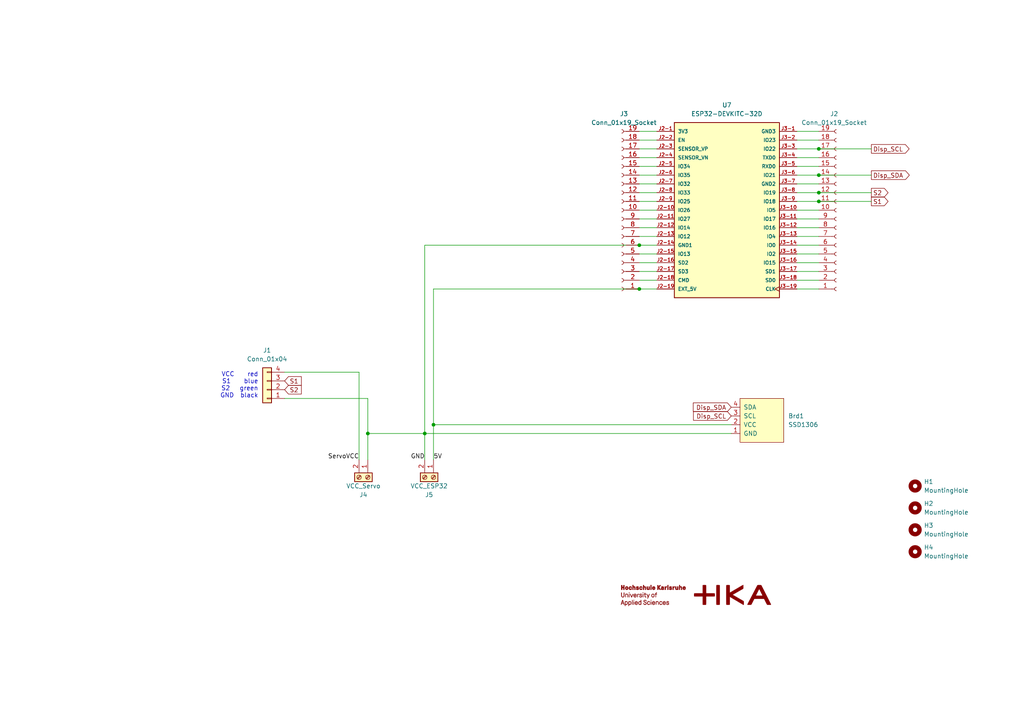
<source format=kicad_sch>
(kicad_sch (version 20230121) (generator eeschema)
  (paper "A4")
  (title_block (title "diy-robotics-gripper V01") (date "2024-01-02"))
  (lib_symbols
    (symbol "Connector:Conn_01x19_Socket" (pin_names (offset 1.016) hide)
      (property "Reference" "J" (at 0 25.4 0))
      (property "Value" "Conn_01x19_Socket" (at 0 -25.4 0))
      (symbol "Conn_01x19_Socket_1_1"
        (pin passive line (at -5.08 22.86 0) (length 3.81) (name "Pin_1") (number "1"))
        (pin passive line (at -5.08 0 0) (length 3.81) (name "Pin_10") (number "10"))
        (pin passive line (at -5.08 -2.54 0) (length 3.81) (name "Pin_11") (number "11"))
        (pin passive line (at -5.08 -5.08 0) (length 3.81) (name "Pin_12") (number "12"))
        (pin passive line (at -5.08 -7.62 0) (length 3.81) (name "Pin_13") (number "13"))
        (pin passive line (at -5.08 -10.16 0) (length 3.81) (name "Pin_14") (number "14"))
        (pin passive line (at -5.08 -12.7 0) (length 3.81) (name "Pin_15") (number "15"))
        (pin passive line (at -5.08 -15.24 0) (length 3.81) (name "Pin_16") (number "16"))
        (pin passive line (at -5.08 -17.78 0) (length 3.81) (name "Pin_17") (number "17"))
        (pin passive line (at -5.08 -20.32 0) (length 3.81) (name "Pin_18") (number "18"))
        (pin passive line (at -5.08 -22.86 0) (length 3.81) (name "Pin_19") (number "19"))
        (pin passive line (at -5.08 20.32 0) (length 3.81) (name "Pin_2") (number "2"))
        (pin passive line (at -5.08 17.78 0) (length 3.81) (name "Pin_3") (number "3"))
        (pin passive line (at -5.08 15.24 0) (length 3.81) (name "Pin_4") (number "4"))
        (pin passive line (at -5.08 12.7 0) (length 3.81) (name "Pin_5") (number "5"))
        (pin passive line (at -5.08 10.16 0) (length 3.81) (name "Pin_6") (number "6"))
        (pin passive line (at -5.08 7.62 0) (length 3.81) (name "Pin_7") (number "7"))
        (pin passive line (at -5.08 5.08 0) (length 3.81) (name "Pin_8") (number "8"))
        (pin passive line (at -5.08 2.54 0) (length 3.81) (name "Pin_9") (number "9"))
      )
    )
    (symbol "Connector:Screw_Terminal_01x02" (pin_names (offset 1.016) hide)
      (property "Reference" "J" (at 0 2.54 0))
      (property "Value" "Screw_Terminal_01x02" (at 0 -5.08 0))
      (symbol "Screw_Terminal_01x02_1_1"
        (pin passive line (at -5.08 0 0) (length 3.81) (name "Pin_1") (number "1"))
        (pin passive line (at -5.08 -2.54 0) (length 3.81) (name "Pin_2") (number "2"))
      )
    )
    (symbol "Connector_Generic:Conn_01x04" (pin_names (offset 1.016) hide)
      (property "Reference" "J" (at 0 5.08 0))
      (property "Value" "Conn_01x04" (at 0 -7.62 0))
      (symbol "Conn_01x04_1_1"
        (pin passive line (at -5.08 2.54 0) (length 3.81) (name "Pin_1") (number "1"))
        (pin passive line (at -5.08 0 0) (length 3.81) (name "Pin_2") (number "2"))
        (pin passive line (at -5.08 -2.54 0) (length 3.81) (name "Pin_3") (number "3"))
        (pin passive line (at -5.08 -5.08 0) (length 3.81) (name "Pin_4") (number "4"))
      )
    )
    (symbol "ESP32-DEVKITC-32D:ESP32-DEVKITC-32D" (pin_names (offset 1.016))
      (property "Reference" "U" (at -15.2572 26.0643 0))
      (property "Value" "ESP32-DEVKITC-32D" (at -15.2563 -27.9698 0))
      (symbol "ESP32-DEVKITC-32D_0_0"
        (pin power_in line (at -20.32 22.86 0) (length 5.08) (name "3V3") (number "J2-1"))
        (pin bidirectional line (at -20.32 0 0) (length 5.08) (name "IO26") (number "J2-10"))
        (pin bidirectional line (at -20.32 -2.54 0) (length 5.08) (name "IO27") (number "J2-11"))
        (pin bidirectional line (at -20.32 -5.08 0) (length 5.08) (name "IO14") (number "J2-12"))
        (pin bidirectional line (at -20.32 -7.62 0) (length 5.08) (name "IO12") (number "J2-13"))
        (pin power_in line (at -20.32 -10.16 0) (length 5.08) (name "GND1") (number "J2-14"))
        (pin bidirectional line (at -20.32 -12.7 0) (length 5.08) (name "IO13") (number "J2-15"))
        (pin bidirectional line (at -20.32 -15.24 0) (length 5.08) (name "SD2") (number "J2-16"))
        (pin bidirectional line (at -20.32 -17.78 0) (length 5.08) (name "SD3") (number "J2-17"))
        (pin bidirectional line (at -20.32 -20.32 0) (length 5.08) (name "CMD") (number "J2-18"))
        (pin power_in line (at -20.32 -22.86 0) (length 5.08) (name "EXT_5V") (number "J2-19"))
        (pin input line (at -20.32 20.32 0) (length 5.08) (name "EN") (number "J2-2"))
        (pin input line (at -20.32 17.78 0) (length 5.08) (name "SENSOR_VP") (number "J2-3"))
        (pin input line (at -20.32 15.24 0) (length 5.08) (name "SENSOR_VN") (number "J2-4"))
        (pin bidirectional line (at -20.32 12.7 0) (length 5.08) (name "IO34") (number "J2-5"))
        (pin bidirectional line (at -20.32 10.16 0) (length 5.08) (name "IO35") (number "J2-6"))
        (pin bidirectional line (at -20.32 7.62 0) (length 5.08) (name "IO32") (number "J2-7"))
        (pin bidirectional line (at -20.32 5.08 0) (length 5.08) (name "IO33") (number "J2-8"))
        (pin bidirectional line (at -20.32 2.54 0) (length 5.08) (name "IO25") (number "J2-9"))
        (pin power_in line (at 20.32 22.86 180) (length 5.08) (name "GND3") (number "J3-1"))
        (pin bidirectional line (at 20.32 0 180) (length 5.08) (name "IO5") (number "J3-10"))
        (pin bidirectional line (at 20.32 -2.54 180) (length 5.08) (name "IO17") (number "J3-11"))
        (pin bidirectional line (at 20.32 -5.08 180) (length 5.08) (name "IO16") (number "J3-12"))
        (pin bidirectional line (at 20.32 -7.62 180) (length 5.08) (name "IO4") (number "J3-13"))
        (pin bidirectional line (at 20.32 -10.16 180) (length 5.08) (name "IO0") (number "J3-14"))
        (pin bidirectional line (at 20.32 -12.7 180) (length 5.08) (name "IO2") (number "J3-15"))
        (pin bidirectional line (at 20.32 -15.24 180) (length 5.08) (name "IO15") (number "J3-16"))
        (pin bidirectional line (at 20.32 -17.78 180) (length 5.08) (name "SD1") (number "J3-17"))
        (pin bidirectional line (at 20.32 -20.32 180) (length 5.08) (name "SD0") (number "J3-18"))
        (pin input clock (at 20.32 -22.86 180) (length 5.08) (name "CLK") (number "J3-19"))
        (pin bidirectional line (at 20.32 20.32 180) (length 5.08) (name "IO23") (number "J3-2"))
        (pin bidirectional line (at 20.32 17.78 180) (length 5.08) (name "IO22") (number "J3-3"))
        (pin output line (at 20.32 15.24 180) (length 5.08) (name "TXD0") (number "J3-4"))
        (pin input line (at 20.32 12.7 180) (length 5.08) (name "RXD0") (number "J3-5"))
        (pin bidirectional line (at 20.32 10.16 180) (length 5.08) (name "IO21") (number "J3-6"))
        (pin power_in line (at 20.32 7.62 180) (length 5.08) (name "GND2") (number "J3-7"))
        (pin bidirectional line (at 20.32 5.08 180) (length 5.08) (name "IO19") (number "J3-8"))
        (pin bidirectional line (at 20.32 2.54 180) (length 5.08) (name "IO18") (number "J3-9"))
      )
    )
    (symbol "Mechanical:MountingHole" (pin_names (offset 1.016))
      (property "Reference" "H" (at 0 5.08 0))
      (property "Value" "MountingHole" (at 0 3.175 0))
    )
    (symbol "SSD1306-128x64_OLED:SSD1306" (pin_names (offset 1.016))
      (property "Reference" "Brd" (at 0 -3.81 0))
      (property "Value" "SSD1306" (at 0 -1.27 0))
      (symbol "SSD1306_1_1"
        (pin input line (at -3.81 8.89 270) (length 2.54) (name "GND") (number "1"))
        (pin input line (at -1.27 8.89 270) (length 2.54) (name "VCC") (number "2"))
        (pin input line (at 1.27 8.89 270) (length 2.54) (name "SCL") (number "3"))
        (pin input line (at 3.81 8.89 270) (length 2.54) (name "SDA") (number "4"))
      )
    )
    (symbol "hka_logo:LOGO" (pin_names (offset 1.016)))
  )
  (junction (at 237.49 43.18))
  (junction (at 237.49 50.8))
  (junction (at 185.42 83.82))
  (junction (at 125.73 123.19))
  (junction (at 237.49 55.88))
  (junction (at 106.68 125.73))
  (junction (at 237.49 58.42))
  (junction (at 123.19 125.73))
  (junction (at 185.42 71.12))
  (wire (pts (xy 237.49 66.04) (xy 231.14 66.04)))
  (wire (pts (xy 231.14 58.42) (xy 237.49 58.42)))
  (wire (pts (xy 185.42 81.28) (xy 190.5 81.28)))
  (wire (pts (xy 237.49 43.18) (xy 252.73 43.18)))
  (wire (pts (xy 237.49 58.42) (xy 252.73 58.42)))
  (wire (pts (xy 237.49 63.5) (xy 231.14 63.5)))
  (wire (pts (xy 185.42 71.12) (xy 123.19 71.12)))
  (wire (pts (xy 185.42 40.64) (xy 190.5 40.64)))
  (wire (pts (xy 237.49 50.8) (xy 252.73 50.8)))
  (wire (pts (xy 185.42 45.72) (xy 190.5 45.72)))
  (wire (pts (xy 185.42 76.2) (xy 190.5 76.2)))
  (wire (pts (xy 185.42 50.8) (xy 190.5 50.8)))
  (wire (pts (xy 237.49 53.34) (xy 231.14 53.34)))
  (wire (pts (xy 185.42 78.74) (xy 190.5 78.74)))
  (wire (pts (xy 237.49 50.8) (xy 231.14 50.8)))
  (wire (pts (xy 185.42 53.34) (xy 190.5 53.34)))
  (wire (pts (xy 106.68 125.73) (xy 106.68 115.57)))
  (wire (pts (xy 237.49 43.18) (xy 231.14 43.18)))
  (wire (pts (xy 185.42 55.88) (xy 190.5 55.88)))
  (wire (pts (xy 185.42 68.58) (xy 190.5 68.58)))
  (wire (pts (xy 125.73 133.35) (xy 125.73 123.19)))
  (wire (pts (xy 185.42 63.5) (xy 190.5 63.5)))
  (wire (pts (xy 123.19 71.12) (xy 123.19 125.73)))
  (wire (pts (xy 123.19 125.73) (xy 123.19 133.35)))
  (wire (pts (xy 237.49 68.58) (xy 231.14 68.58)))
  (wire (pts (xy 82.55 115.57) (xy 106.68 115.57)))
  (wire (pts (xy 125.73 123.19) (xy 212.09 123.19)))
  (wire (pts (xy 185.42 73.66) (xy 190.5 73.66)))
  (wire (pts (xy 104.14 133.35) (xy 104.14 107.95)))
  (wire (pts (xy 237.49 71.12) (xy 231.14 71.12)))
  (wire (pts (xy 237.49 76.2) (xy 231.14 76.2)))
  (wire (pts (xy 185.42 38.1) (xy 190.5 38.1)))
  (wire (pts (xy 237.49 78.74) (xy 231.14 78.74)))
  (wire (pts (xy 237.49 73.66) (xy 231.14 73.66)))
  (wire (pts (xy 237.49 83.82) (xy 231.14 83.82)))
  (wire (pts (xy 237.49 38.1) (xy 231.14 38.1)))
  (wire (pts (xy 231.14 55.88) (xy 237.49 55.88)))
  (wire (pts (xy 237.49 40.64) (xy 231.14 40.64)))
  (wire (pts (xy 106.68 125.73) (xy 123.19 125.73)))
  (wire (pts (xy 125.73 83.82) (xy 185.42 83.82)))
  (wire (pts (xy 237.49 55.88) (xy 252.73 55.88)))
  (wire (pts (xy 185.42 58.42) (xy 190.5 58.42)))
  (wire (pts (xy 185.42 83.82) (xy 190.5 83.82)))
  (wire (pts (xy 237.49 45.72) (xy 231.14 45.72)))
  (wire (pts (xy 185.42 71.12) (xy 190.5 71.12)))
  (wire (pts (xy 237.49 81.28) (xy 231.14 81.28)))
  (wire (pts (xy 185.42 48.26) (xy 190.5 48.26)))
  (wire (pts (xy 185.42 66.04) (xy 190.5 66.04)))
  (wire (pts (xy 106.68 133.35) (xy 106.68 125.73)))
  (wire (pts (xy 104.14 107.95) (xy 82.55 107.95)))
  (wire (pts (xy 123.19 125.73) (xy 212.09 125.73)))
  (wire (pts (xy 237.49 60.96) (xy 231.14 60.96)))
  (wire (pts (xy 185.42 43.18) (xy 190.5 43.18)))
  (wire (pts (xy 237.49 48.26) (xy 231.14 48.26)))
  (wire (pts (xy 185.42 60.96) (xy 190.5 60.96)))
  (wire (pts (xy 125.73 123.19) (xy 125.73 83.82)))
  (text "VCC    red\nS1    blue\nS2   green\nGND  black" (at 74.93 115.57 0) (effects (font (size 1.27 1.27)) (justify right bottom)))
  (label "GND" (at 123.19 133.35 180) (property "Netclass" "GND" (effects hide)))
  (label "5V" (at 125.73 133.35 0) (property "Netclass" "ESP32_5V" (effects hide)))
  (label "ServoVCC" (at 104.14 133.35 180) (property "Netclass" "Servo_VCC" (effects hide)))
  (global_label "Disp_SCL" (shape output) (at 252.73 43.18 0) (property "Intersheetrefs" "${INTERSHEET_REFS}" (effects hide)))
  (global_label "Disp_SDA" (shape output) (at 252.73 50.8 0) (property "Intersheetrefs" "${INTERSHEET_REFS}" (effects hide)))
  (global_label "S1" (shape output) (at 252.73 58.42 0) (property "Intersheetrefs" "${INTERSHEET_REFS}" (effects hide)))
  (global_label "Disp_SDA" (shape input) (at 212.09 118.11 180) (property "Intersheetrefs" "${INTERSHEET_REFS}" (effects hide)))
  (global_label "S1" (shape input) (at 82.55 110.49 0) (property "Intersheetrefs" "${INTERSHEET_REFS}" (effects hide)))
  (global_label "Disp_SCL" (shape input) (at 212.09 120.65 180) (property "Intersheetrefs" "${INTERSHEET_REFS}" (effects hide)))
  (global_label "S2" (shape input) (at 82.55 113.03 0) (property "Intersheetrefs" "${INTERSHEET_REFS}" (effects hide)))
  (global_label "S2" (shape output) (at 252.73 55.88 0) (property "Intersheetrefs" "${INTERSHEET_REFS}" (effects hide)))
  (symbol (lib_id "ESP32-DEVKITC-32D:ESP32-DEVKITC-32D") (at 210.82 60.96 0) (unit 1)
    (property "Reference" "U7" (at 210.82 30.48 0))
    (property "Value" "ESP32-DEVKITC-32D" (at 210.82 33.02 0))
    (property "Footprint" "ESP32-DEVKITC-32D:MODULE_ESP32-DEVKITC-32D" (effects hide))
    (property "MF" "Espressif Systems" (effects hide))
    (property "MAXIMUM_PACKAGE_HEIGHT" "N/A" (effects hide))
    (property "Package" "None" (effects hide))
    (property "Price" "None" (effects hide))
    (property "Check_prices" "https://www.snapeda.com/parts/ESP32-DEVKITC-32D/Espressif+Systems/view-part/?ref=eda" (effects hide))
    (property "STANDARD" "Manufacturer Recommendations" (effects hide))
    (property "PARTREV" "V4" (effects hide))
    (property "SnapEDA_Link" "https://www.snapeda.com/parts/ESP32-DEVKITC-32D/Espressif+Systems/view-part/?ref=snap" (effects hide))
    (property "MP" "ESP32-DEVKITC-32D" (effects hide))
    (property "Purchase-URL" "https://www.snapeda.com/api/url_track_click_mouser/?unipart_id=2777395&manufacturer=Espressif Systems&part_name=ESP32-DEVKITC-32D&search_term=None" (effects hide))
    (property "Description" "\nWiFi Development Tools (802.11) ESP32 General Development Kit, ESP32-WROOM-32D on the board\n" (effects hide))
    (property "MANUFACTURER" "Espressif Systems" (effects hide))
    (property "Availability" "In Stock" (effects hide))
    (property "SNAPEDA_PN" "ESP32-DEVKITC-32D" (effects hide))
  )
  (symbol (lib_id "Connector:Conn_01x19_Socket") (at 242.57 60.96 0) (mirror x) (unit 1)
    (property "Reference" "J2" (at 241.935 33.02 0))
    (property "Value" "Conn_01x19_Socket" (at 241.935 35.56 0))
    (property "Footprint" "Connector_PinSocket_2.54mm:PinSocket_1x19_P2.54mm_Vertical" (effects hide))
  )
  (symbol (lib_id "Mechanical:MountingHole") (at 265.43 160.02 0) (unit 1)
    (property "Reference" "H4" (at 267.97 158.75 0) (effects (justify left)))
    (property "Value" "MountingHole" (at 267.97 161.29 0) (effects (justify left)))
    (property "Footprint" "MountingHole:MountingHole_3.2mm_M3_DIN965_Pad" (effects hide))
  )
  (symbol (lib_id "Mechanical:MountingHole") (at 265.43 147.32 0) (unit 1)
    (property "Reference" "H2" (at 267.97 146.05 0) (effects (justify left)))
    (property "Value" "MountingHole" (at 267.97 148.59 0) (effects (justify left)))
    (property "Footprint" "MountingHole:MountingHole_3.2mm_M3_DIN965_Pad" (effects hide))
  )
  (symbol (lib_id "Connector:Screw_Terminal_01x02") (at 125.73 138.43 270) (unit 1)
    (property "Reference" "J5" (at 124.46 143.51 90))
    (property "Value" "VCC_ESP32" (at 124.46 140.97 90))
    (property "Footprint" "TerminalBlock_Phoenix:TerminalBlock_Phoenix_MKDS-1,5-2_1x02_P5.00mm_Horizontal" (effects hide))
  )
  (symbol (lib_id "Connector:Conn_01x19_Socket") (at 180.34 60.96 180) (unit 1)
    (property "Reference" "J3" (at 180.975 33.02 0))
    (property "Value" "Conn_01x19_Socket" (at 180.975 35.56 0))
    (property "Footprint" "Connector_PinSocket_2.54mm:PinSocket_1x19_P2.54mm_Vertical" (effects hide))
  )
  (symbol (lib_id "Mechanical:MountingHole") (at 265.43 140.97 0) (unit 1)
    (property "Reference" "H1" (at 267.97 139.7 0) (effects (justify left)))
    (property "Value" "MountingHole" (at 267.97 142.24 0) (effects (justify left)))
    (property "Footprint" "MountingHole:MountingHole_3.2mm_M3_DIN965_Pad" (effects hide))
  )
  (symbol (lib_id "Connector:Screw_Terminal_01x02") (at 106.68 138.43 270) (unit 1)
    (property "Reference" "J4" (at 105.41 143.51 90))
    (property "Value" "VCC_Servo" (at 105.41 140.97 90))
    (property "Footprint" "TerminalBlock_Phoenix:TerminalBlock_Phoenix_MKDS-1,5-2_1x02_P5.00mm_Horizontal" (effects hide))
  )
  (symbol (lib_id "Mechanical:MountingHole") (at 265.43 153.67 0) (unit 1)
    (property "Reference" "H3" (at 267.97 152.4 0) (effects (justify left)))
    (property "Value" "MountingHole" (at 267.97 154.94 0) (effects (justify left)))
    (property "Footprint" "MountingHole:MountingHole_3.2mm_M3_DIN965_Pad" (effects hide))
  )
  (symbol (lib_id "SSD1306-128x64_OLED:SSD1306") (at 220.98 121.92 90) (unit 1)
    (property "Reference" "Brd1" (at 228.6 120.65 90) (effects (justify right)))
    (property "Value" "SSD1306" (at 228.6 123.19 90) (effects (justify right)))
    (property "Footprint" "SSD1306-128x64:128x64OLED" (effects hide))
  )
  (symbol (lib_id "Connector_Generic:Conn_01x04") (at 77.47 113.03 180) (unit 1)
    (property "Reference" "J1" (at 77.47 101.6 0))
    (property "Value" "Conn_01x04" (at 77.47 104.14 0))
    (property "Footprint" "Connector_PinHeader_2.54mm:PinHeader_1x04_P2.54mm_Vertical" (effects hide))
  )
  (symbol (lib_id "hka_logo:LOGO") (at 201.93 172.72 0) (unit 1)
    (property "Reference" "#G1" (effects hide))
    (property "Value" "LOGO" (effects hide))
    (property "Footprint" "HKA_Logo:hka_logo" (effects hide))
  )
)
</source>
